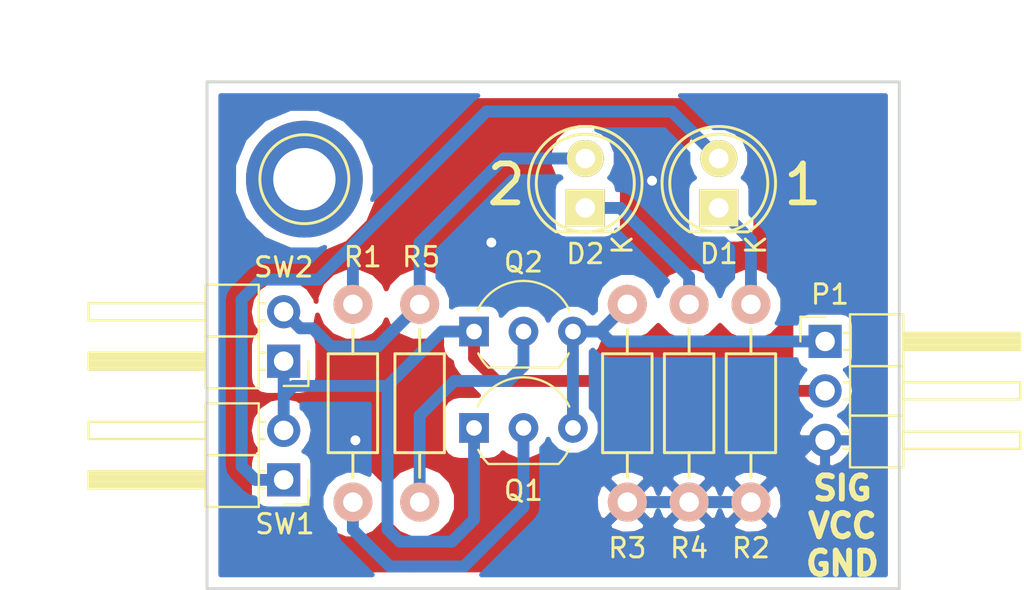
<source format=kicad_pcb>
(kicad_pcb (version 4) (host pcbnew 4.0.6-e0-6349~53~ubuntu16.04.1)

  (general
    (links 0)
    (no_connects 1)
    (area 118.669459 81.840159 154.379461 108.025161)
    (thickness 1.6)
    (drawings 9)
    (tracks 65)
    (zones 0)
    (modules 13)
    (nets 10)
  )

  (page A4)
  (layers
    (0 F.Cu signal)
    (31 B.Cu signal)
    (32 B.Adhes user)
    (33 F.Adhes user)
    (34 B.Paste user)
    (35 F.Paste user)
    (36 B.SilkS user)
    (37 F.SilkS user)
    (38 B.Mask user)
    (39 F.Mask user)
    (40 Dwgs.User user)
    (41 Cmts.User user)
    (42 Eco1.User user)
    (43 Eco2.User user)
    (44 Edge.Cuts user)
    (45 Margin user)
    (46 B.CrtYd user)
    (47 F.CrtYd user)
    (48 B.Fab user)
    (49 F.Fab user)
  )

  (setup
    (last_trace_width 0.6096)
    (user_trace_width 0.4064)
    (user_trace_width 0.6096)
    (user_trace_width 0.8128)
    (user_trace_width 1.6256)
    (trace_clearance 0.2032)
    (zone_clearance 0.508)
    (zone_45_only no)
    (trace_min 0.2)
    (segment_width 0.2)
    (edge_width 0.15)
    (via_size 0.9144)
    (via_drill 0.508)
    (via_min_size 0.4)
    (via_min_drill 0.3)
    (uvia_size 0.9144)
    (uvia_drill 0.508)
    (uvias_allowed no)
    (uvia_min_size 0.2)
    (uvia_min_drill 0.1)
    (pcb_text_width 0.3)
    (pcb_text_size 1.5 1.5)
    (mod_edge_width 0.15)
    (mod_text_size 1 1)
    (mod_text_width 0.15)
    (pad_size 6 6)
    (pad_drill 3.2)
    (pad_to_mask_clearance 0.2)
    (aux_axis_origin 0 0)
    (visible_elements 7FFFFFFF)
    (pcbplotparams
      (layerselection 0x00030_80000001)
      (usegerberextensions false)
      (excludeedgelayer true)
      (linewidth 0.100000)
      (plotframeref false)
      (viasonmask false)
      (mode 1)
      (useauxorigin false)
      (hpglpennumber 1)
      (hpglpenspeed 20)
      (hpglpendiameter 15)
      (hpglpenoverlay 2)
      (psnegative false)
      (psa4output false)
      (plotreference true)
      (plotvalue true)
      (plotinvisibletext false)
      (padsonsilk false)
      (subtractmaskfromsilk false)
      (outputformat 1)
      (mirror false)
      (drillshape 1)
      (scaleselection 1)
      (outputdirectory ""))
  )

  (net 0 "")
  (net 1 "Net-(D1-Pad2)")
  (net 2 "Net-(D1-Pad1)")
  (net 3 "Net-(D2-Pad2)")
  (net 4 "Net-(D2-Pad1)")
  (net 5 GND)
  (net 6 VCC)
  (net 7 "Net-(Q1-Pad2)")
  (net 8 "Net-(Q2-Pad2)")
  (net 9 "Net-(P1-Pad1)")

  (net_class Default "This is the default net class."
    (clearance 0.2032)
    (trace_width 0.2032)
    (via_dia 0.9144)
    (via_drill 0.508)
    (uvia_dia 0.9144)
    (uvia_drill 0.508)
    (add_net GND)
    (add_net "Net-(D1-Pad1)")
    (add_net "Net-(D1-Pad2)")
    (add_net "Net-(D2-Pad1)")
    (add_net "Net-(D2-Pad2)")
    (add_net "Net-(P1-Pad1)")
    (add_net "Net-(Q1-Pad2)")
    (add_net "Net-(Q2-Pad2)")
    (add_net VCC)
  )

  (module Pin_Headers:Pin_Header_Angled_1x03_Pitch2.54mm (layer F.Cu) (tedit 5862ED52) (tstamp 58B63AB0)
    (at 150.49446 95.25016)
    (descr "Through hole angled pin header, 1x03, 2.54mm pitch, 6mm pin length, single row")
    (tags "Through hole angled pin header THT 1x03 2.54mm single row")
    (path /58B64DDE)
    (fp_text reference P1 (at 0.25 -2.413) (layer F.SilkS)
      (effects (font (size 1 1) (thickness 0.15)))
    )
    (fp_text value CONN_01X03 (at 4.315 7.35) (layer F.Fab)
      (effects (font (size 1 1) (thickness 0.15)))
    )
    (fp_line (start 1.4 -1.27) (end 1.4 1.27) (layer F.Fab) (width 0.1))
    (fp_line (start 1.4 1.27) (end 3.9 1.27) (layer F.Fab) (width 0.1))
    (fp_line (start 3.9 1.27) (end 3.9 -1.27) (layer F.Fab) (width 0.1))
    (fp_line (start 3.9 -1.27) (end 1.4 -1.27) (layer F.Fab) (width 0.1))
    (fp_line (start 0 -0.32) (end 0 0.32) (layer F.Fab) (width 0.1))
    (fp_line (start 0 0.32) (end 9.9 0.32) (layer F.Fab) (width 0.1))
    (fp_line (start 9.9 0.32) (end 9.9 -0.32) (layer F.Fab) (width 0.1))
    (fp_line (start 9.9 -0.32) (end 0 -0.32) (layer F.Fab) (width 0.1))
    (fp_line (start 1.4 1.27) (end 1.4 3.81) (layer F.Fab) (width 0.1))
    (fp_line (start 1.4 3.81) (end 3.9 3.81) (layer F.Fab) (width 0.1))
    (fp_line (start 3.9 3.81) (end 3.9 1.27) (layer F.Fab) (width 0.1))
    (fp_line (start 3.9 1.27) (end 1.4 1.27) (layer F.Fab) (width 0.1))
    (fp_line (start 0 2.22) (end 0 2.86) (layer F.Fab) (width 0.1))
    (fp_line (start 0 2.86) (end 9.9 2.86) (layer F.Fab) (width 0.1))
    (fp_line (start 9.9 2.86) (end 9.9 2.22) (layer F.Fab) (width 0.1))
    (fp_line (start 9.9 2.22) (end 0 2.22) (layer F.Fab) (width 0.1))
    (fp_line (start 1.4 3.81) (end 1.4 6.35) (layer F.Fab) (width 0.1))
    (fp_line (start 1.4 6.35) (end 3.9 6.35) (layer F.Fab) (width 0.1))
    (fp_line (start 3.9 6.35) (end 3.9 3.81) (layer F.Fab) (width 0.1))
    (fp_line (start 3.9 3.81) (end 1.4 3.81) (layer F.Fab) (width 0.1))
    (fp_line (start 0 4.76) (end 0 5.4) (layer F.Fab) (width 0.1))
    (fp_line (start 0 5.4) (end 9.9 5.4) (layer F.Fab) (width 0.1))
    (fp_line (start 9.9 5.4) (end 9.9 4.76) (layer F.Fab) (width 0.1))
    (fp_line (start 9.9 4.76) (end 0 4.76) (layer F.Fab) (width 0.1))
    (fp_line (start 1.28 -1.39) (end 1.28 1.27) (layer F.SilkS) (width 0.12))
    (fp_line (start 1.28 1.27) (end 4.02 1.27) (layer F.SilkS) (width 0.12))
    (fp_line (start 4.02 1.27) (end 4.02 -1.39) (layer F.SilkS) (width 0.12))
    (fp_line (start 4.02 -1.39) (end 1.28 -1.39) (layer F.SilkS) (width 0.12))
    (fp_line (start 4.02 -0.44) (end 4.02 0.44) (layer F.SilkS) (width 0.12))
    (fp_line (start 4.02 0.44) (end 10.02 0.44) (layer F.SilkS) (width 0.12))
    (fp_line (start 10.02 0.44) (end 10.02 -0.44) (layer F.SilkS) (width 0.12))
    (fp_line (start 10.02 -0.44) (end 4.02 -0.44) (layer F.SilkS) (width 0.12))
    (fp_line (start 0.97 -0.44) (end 1.28 -0.44) (layer F.SilkS) (width 0.12))
    (fp_line (start 0.97 0.44) (end 1.28 0.44) (layer F.SilkS) (width 0.12))
    (fp_line (start 4.02 -0.32) (end 10.02 -0.32) (layer F.SilkS) (width 0.12))
    (fp_line (start 4.02 -0.2) (end 10.02 -0.2) (layer F.SilkS) (width 0.12))
    (fp_line (start 4.02 -0.08) (end 10.02 -0.08) (layer F.SilkS) (width 0.12))
    (fp_line (start 4.02 0.04) (end 10.02 0.04) (layer F.SilkS) (width 0.12))
    (fp_line (start 4.02 0.16) (end 10.02 0.16) (layer F.SilkS) (width 0.12))
    (fp_line (start 4.02 0.28) (end 10.02 0.28) (layer F.SilkS) (width 0.12))
    (fp_line (start 4.02 0.4) (end 10.02 0.4) (layer F.SilkS) (width 0.12))
    (fp_line (start 1.28 1.27) (end 1.28 3.81) (layer F.SilkS) (width 0.12))
    (fp_line (start 1.28 3.81) (end 4.02 3.81) (layer F.SilkS) (width 0.12))
    (fp_line (start 4.02 3.81) (end 4.02 1.27) (layer F.SilkS) (width 0.12))
    (fp_line (start 4.02 1.27) (end 1.28 1.27) (layer F.SilkS) (width 0.12))
    (fp_line (start 4.02 2.1) (end 4.02 2.98) (layer F.SilkS) (width 0.12))
    (fp_line (start 4.02 2.98) (end 10.02 2.98) (layer F.SilkS) (width 0.12))
    (fp_line (start 10.02 2.98) (end 10.02 2.1) (layer F.SilkS) (width 0.12))
    (fp_line (start 10.02 2.1) (end 4.02 2.1) (layer F.SilkS) (width 0.12))
    (fp_line (start 0.97 2.1) (end 1.28 2.1) (layer F.SilkS) (width 0.12))
    (fp_line (start 0.97 2.98) (end 1.28 2.98) (layer F.SilkS) (width 0.12))
    (fp_line (start 1.28 3.81) (end 1.28 6.47) (layer F.SilkS) (width 0.12))
    (fp_line (start 1.28 6.47) (end 4.02 6.47) (layer F.SilkS) (width 0.12))
    (fp_line (start 4.02 6.47) (end 4.02 3.81) (layer F.SilkS) (width 0.12))
    (fp_line (start 4.02 3.81) (end 1.28 3.81) (layer F.SilkS) (width 0.12))
    (fp_line (start 4.02 4.64) (end 4.02 5.52) (layer F.SilkS) (width 0.12))
    (fp_line (start 4.02 5.52) (end 10.02 5.52) (layer F.SilkS) (width 0.12))
    (fp_line (start 10.02 5.52) (end 10.02 4.64) (layer F.SilkS) (width 0.12))
    (fp_line (start 10.02 4.64) (end 4.02 4.64) (layer F.SilkS) (width 0.12))
    (fp_line (start 0.97 4.64) (end 1.28 4.64) (layer F.SilkS) (width 0.12))
    (fp_line (start 0.97 5.52) (end 1.28 5.52) (layer F.SilkS) (width 0.12))
    (fp_line (start -1.27 0) (end -1.27 -1.27) (layer F.SilkS) (width 0.12))
    (fp_line (start -1.27 -1.27) (end 0 -1.27) (layer F.SilkS) (width 0.12))
    (fp_line (start -1.6 -1.6) (end -1.6 6.6) (layer F.CrtYd) (width 0.05))
    (fp_line (start -1.6 6.6) (end 10.2 6.6) (layer F.CrtYd) (width 0.05))
    (fp_line (start 10.2 6.6) (end 10.2 -1.6) (layer F.CrtYd) (width 0.05))
    (fp_line (start 10.2 -1.6) (end -1.6 -1.6) (layer F.CrtYd) (width 0.05))
    (pad 1 thru_hole rect (at 0 0) (size 1.7 1.7) (drill 1) (layers *.Cu *.Mask)
      (net 9 "Net-(P1-Pad1)"))
    (pad 2 thru_hole oval (at 0 2.54) (size 1.7 1.7) (drill 1) (layers *.Cu *.Mask)
      (net 6 VCC))
    (pad 3 thru_hole oval (at 0 5.08) (size 1.7 1.7) (drill 1) (layers *.Cu *.Mask)
      (net 5 GND))
    (model Pin_Headers.3dshapes/Pin_Header_Angled_1x03_Pitch2.54mm.wrl
      (at (xyz 0 -0.1 0))
      (scale (xyz 1 1 1))
      (rotate (xyz 0 0 90))
    )
  )

  (module Pin_Headers:Pin_Header_Angled_1x02_Pitch2.54mm (layer F.Cu) (tedit 5862ED52) (tstamp 58B63AD4)
    (at 122.68146 96.26616 180)
    (descr "Through hole angled pin header, 1x02, 2.54mm pitch, 6mm pin length, single row")
    (tags "Through hole angled pin header THT 1x02 2.54mm single row")
    (path /58B64E07)
    (fp_text reference SW2 (at 0 4.826 180) (layer F.SilkS)
      (effects (font (size 1 1) (thickness 0.15)))
    )
    (fp_text value SW_PUSH (at 4.315 4.81 180) (layer F.Fab)
      (effects (font (size 1 1) (thickness 0.15)))
    )
    (fp_line (start 1.4 -1.27) (end 1.4 1.27) (layer F.Fab) (width 0.1))
    (fp_line (start 1.4 1.27) (end 3.9 1.27) (layer F.Fab) (width 0.1))
    (fp_line (start 3.9 1.27) (end 3.9 -1.27) (layer F.Fab) (width 0.1))
    (fp_line (start 3.9 -1.27) (end 1.4 -1.27) (layer F.Fab) (width 0.1))
    (fp_line (start 0 -0.32) (end 0 0.32) (layer F.Fab) (width 0.1))
    (fp_line (start 0 0.32) (end 9.9 0.32) (layer F.Fab) (width 0.1))
    (fp_line (start 9.9 0.32) (end 9.9 -0.32) (layer F.Fab) (width 0.1))
    (fp_line (start 9.9 -0.32) (end 0 -0.32) (layer F.Fab) (width 0.1))
    (fp_line (start 1.4 1.27) (end 1.4 3.81) (layer F.Fab) (width 0.1))
    (fp_line (start 1.4 3.81) (end 3.9 3.81) (layer F.Fab) (width 0.1))
    (fp_line (start 3.9 3.81) (end 3.9 1.27) (layer F.Fab) (width 0.1))
    (fp_line (start 3.9 1.27) (end 1.4 1.27) (layer F.Fab) (width 0.1))
    (fp_line (start 0 2.22) (end 0 2.86) (layer F.Fab) (width 0.1))
    (fp_line (start 0 2.86) (end 9.9 2.86) (layer F.Fab) (width 0.1))
    (fp_line (start 9.9 2.86) (end 9.9 2.22) (layer F.Fab) (width 0.1))
    (fp_line (start 9.9 2.22) (end 0 2.22) (layer F.Fab) (width 0.1))
    (fp_line (start 1.28 -1.39) (end 1.28 1.27) (layer F.SilkS) (width 0.12))
    (fp_line (start 1.28 1.27) (end 4.02 1.27) (layer F.SilkS) (width 0.12))
    (fp_line (start 4.02 1.27) (end 4.02 -1.39) (layer F.SilkS) (width 0.12))
    (fp_line (start 4.02 -1.39) (end 1.28 -1.39) (layer F.SilkS) (width 0.12))
    (fp_line (start 4.02 -0.44) (end 4.02 0.44) (layer F.SilkS) (width 0.12))
    (fp_line (start 4.02 0.44) (end 10.02 0.44) (layer F.SilkS) (width 0.12))
    (fp_line (start 10.02 0.44) (end 10.02 -0.44) (layer F.SilkS) (width 0.12))
    (fp_line (start 10.02 -0.44) (end 4.02 -0.44) (layer F.SilkS) (width 0.12))
    (fp_line (start 0.97 -0.44) (end 1.28 -0.44) (layer F.SilkS) (width 0.12))
    (fp_line (start 0.97 0.44) (end 1.28 0.44) (layer F.SilkS) (width 0.12))
    (fp_line (start 4.02 -0.32) (end 10.02 -0.32) (layer F.SilkS) (width 0.12))
    (fp_line (start 4.02 -0.2) (end 10.02 -0.2) (layer F.SilkS) (width 0.12))
    (fp_line (start 4.02 -0.08) (end 10.02 -0.08) (layer F.SilkS) (width 0.12))
    (fp_line (start 4.02 0.04) (end 10.02 0.04) (layer F.SilkS) (width 0.12))
    (fp_line (start 4.02 0.16) (end 10.02 0.16) (layer F.SilkS) (width 0.12))
    (fp_line (start 4.02 0.28) (end 10.02 0.28) (layer F.SilkS) (width 0.12))
    (fp_line (start 4.02 0.4) (end 10.02 0.4) (layer F.SilkS) (width 0.12))
    (fp_line (start 1.28 1.27) (end 1.28 3.93) (layer F.SilkS) (width 0.12))
    (fp_line (start 1.28 3.93) (end 4.02 3.93) (layer F.SilkS) (width 0.12))
    (fp_line (start 4.02 3.93) (end 4.02 1.27) (layer F.SilkS) (width 0.12))
    (fp_line (start 4.02 1.27) (end 1.28 1.27) (layer F.SilkS) (width 0.12))
    (fp_line (start 4.02 2.1) (end 4.02 2.98) (layer F.SilkS) (width 0.12))
    (fp_line (start 4.02 2.98) (end 10.02 2.98) (layer F.SilkS) (width 0.12))
    (fp_line (start 10.02 2.98) (end 10.02 2.1) (layer F.SilkS) (width 0.12))
    (fp_line (start 10.02 2.1) (end 4.02 2.1) (layer F.SilkS) (width 0.12))
    (fp_line (start 0.97 2.1) (end 1.28 2.1) (layer F.SilkS) (width 0.12))
    (fp_line (start 0.97 2.98) (end 1.28 2.98) (layer F.SilkS) (width 0.12))
    (fp_line (start -1.27 0) (end -1.27 -1.27) (layer F.SilkS) (width 0.12))
    (fp_line (start -1.27 -1.27) (end 0 -1.27) (layer F.SilkS) (width 0.12))
    (fp_line (start -1.6 -1.6) (end -1.6 4.1) (layer F.CrtYd) (width 0.05))
    (fp_line (start -1.6 4.1) (end 10.2 4.1) (layer F.CrtYd) (width 0.05))
    (fp_line (start 10.2 4.1) (end 10.2 -1.6) (layer F.CrtYd) (width 0.05))
    (fp_line (start 10.2 -1.6) (end -1.6 -1.6) (layer F.CrtYd) (width 0.05))
    (pad 1 thru_hole rect (at 0 0 180) (size 1.7 1.7) (drill 1) (layers *.Cu *.Mask)
      (net 6 VCC))
    (pad 2 thru_hole oval (at 0 2.54 180) (size 1.7 1.7) (drill 1) (layers *.Cu *.Mask)
      (net 3 "Net-(D2-Pad2)"))
    (model Pin_Headers.3dshapes/Pin_Header_Angled_1x02_Pitch2.54mm.wrl
      (at (xyz 0 -0.05 0))
      (scale (xyz 1 1 1))
      (rotate (xyz 0 0 90))
    )
  )

  (module LEDs:LED-5MM (layer F.Cu) (tedit 5570F7EA) (tstamp 58B67872)
    (at 145.03346 88.39216 90)
    (descr "LED 5mm round vertical")
    (tags "LED 5mm round vertical")
    (path /58B66E49)
    (fp_text reference D1 (at -2.36 0 180) (layer F.SilkS)
      (effects (font (size 1 1) (thickness 0.15)))
    )
    (fp_text value Led_Small (at 1.524 -3.937 90) (layer F.Fab)
      (effects (font (size 1 1) (thickness 0.15)))
    )
    (fp_line (start -1.5 -1.55) (end -1.5 1.55) (layer F.CrtYd) (width 0.05))
    (fp_arc (start 1.3 0) (end -1.5 1.55) (angle -302) (layer F.CrtYd) (width 0.05))
    (fp_arc (start 1.27 0) (end -1.23 -1.5) (angle 297.5) (layer F.SilkS) (width 0.15))
    (fp_line (start -1.23 1.5) (end -1.23 -1.5) (layer F.SilkS) (width 0.15))
    (fp_circle (center 1.27 0) (end 0.97 -2.5) (layer F.SilkS) (width 0.15))
    (fp_text user K (at -1.905 1.905 90) (layer F.SilkS)
      (effects (font (size 1 1) (thickness 0.15)))
    )
    (pad 1 thru_hole rect (at 0 0 180) (size 2 1.9) (drill 1.00076) (layers *.Cu *.Mask F.SilkS)
      (net 2 "Net-(D1-Pad1)"))
    (pad 2 thru_hole circle (at 2.54 0 90) (size 1.9 1.9) (drill 1.00076) (layers *.Cu *.Mask F.SilkS)
      (net 1 "Net-(D1-Pad2)"))
    (model LEDs.3dshapes/LED-5MM.wrl
      (at (xyz 0.05 0 0))
      (scale (xyz 1 1 1))
      (rotate (xyz 0 0 90))
    )
  )

  (module LEDs:LED-5MM (layer F.Cu) (tedit 5570F7EA) (tstamp 58B67878)
    (at 138.17546 88.39216 90)
    (descr "LED 5mm round vertical")
    (tags "LED 5mm round vertical")
    (path /58B66F3B)
    (fp_text reference D2 (at -2.36 0 180) (layer F.SilkS)
      (effects (font (size 1 1) (thickness 0.15)))
    )
    (fp_text value Led_Small (at 1.524 -3.937 90) (layer F.Fab)
      (effects (font (size 1 1) (thickness 0.15)))
    )
    (fp_line (start -1.5 -1.55) (end -1.5 1.55) (layer F.CrtYd) (width 0.05))
    (fp_arc (start 1.3 0) (end -1.5 1.55) (angle -302) (layer F.CrtYd) (width 0.05))
    (fp_arc (start 1.27 0) (end -1.23 -1.5) (angle 297.5) (layer F.SilkS) (width 0.15))
    (fp_line (start -1.23 1.5) (end -1.23 -1.5) (layer F.SilkS) (width 0.15))
    (fp_circle (center 1.27 0) (end 0.97 -2.5) (layer F.SilkS) (width 0.15))
    (fp_text user K (at -1.905 1.905 90) (layer F.SilkS)
      (effects (font (size 1 1) (thickness 0.15)))
    )
    (pad 1 thru_hole rect (at 0 0 180) (size 2 1.9) (drill 1.00076) (layers *.Cu *.Mask F.SilkS)
      (net 4 "Net-(D2-Pad1)"))
    (pad 2 thru_hole circle (at 2.54 0 90) (size 1.9 1.9) (drill 1.00076) (layers *.Cu *.Mask F.SilkS)
      (net 3 "Net-(D2-Pad2)"))
    (model LEDs.3dshapes/LED-5MM.wrl
      (at (xyz 0.05 0 0))
      (scale (xyz 1 1 1))
      (rotate (xyz 0 0 90))
    )
  )

  (module TO_SOT_Packages_THT:TO-92_Inline_Wide (layer F.Cu) (tedit 58610935) (tstamp 58B6787F)
    (at 132.46046 99.69516)
    (descr "TO-92 leads in-line, wide, drill 0.8mm (see NXP sot054_po.pdf)")
    (tags "to-92 sc-43 sc-43a sot54 PA33 transistor")
    (path /58B683B7)
    (fp_text reference Q1 (at 2.54 3.22 180) (layer F.SilkS)
      (effects (font (size 1 1) (thickness 0.15)))
    )
    (fp_text value Q_PNP_EBC (at 2.54 2.79) (layer F.Fab)
      (effects (font (size 1 1) (thickness 0.15)))
    )
    (fp_text user %R (at 2.54 -3.56 180) (layer F.Fab)
      (effects (font (size 1 1) (thickness 0.15)))
    )
    (fp_line (start 0.74 1.85) (end 4.34 1.85) (layer F.SilkS) (width 0.12))
    (fp_line (start 0.8 1.75) (end 4.3 1.75) (layer F.Fab) (width 0.1))
    (fp_line (start -1.01 -2.73) (end 6.09 -2.73) (layer F.CrtYd) (width 0.05))
    (fp_line (start -1.01 -2.73) (end -1.01 2.01) (layer F.CrtYd) (width 0.05))
    (fp_line (start 6.09 2.01) (end 6.09 -2.73) (layer F.CrtYd) (width 0.05))
    (fp_line (start 6.09 2.01) (end -1.01 2.01) (layer F.CrtYd) (width 0.05))
    (fp_arc (start 2.54 0) (end 0.74 1.85) (angle 20) (layer F.SilkS) (width 0.12))
    (fp_arc (start 2.54 0) (end 2.54 -2.6) (angle -65) (layer F.SilkS) (width 0.12))
    (fp_arc (start 2.54 0) (end 2.54 -2.6) (angle 65) (layer F.SilkS) (width 0.12))
    (fp_arc (start 2.54 0) (end 2.54 -2.48) (angle 135) (layer F.Fab) (width 0.1))
    (fp_arc (start 2.54 0) (end 2.54 -2.48) (angle -135) (layer F.Fab) (width 0.1))
    (fp_arc (start 2.54 0) (end 4.34 1.85) (angle -20) (layer F.SilkS) (width 0.12))
    (pad 2 thru_hole circle (at 2.54 0 90) (size 1.52 1.52) (drill 0.8) (layers *.Cu *.Mask)
      (net 7 "Net-(Q1-Pad2)"))
    (pad 3 thru_hole circle (at 5.08 0 90) (size 1.52 1.52) (drill 0.8) (layers *.Cu *.Mask)
      (net 9 "Net-(P1-Pad1)"))
    (pad 1 thru_hole rect (at 0 0 90) (size 1.52 1.52) (drill 0.8) (layers *.Cu *.Mask)
      (net 6 VCC))
    (model TO_SOT_Packages_THT.3dshapes/TO-92_Inline_Wide.wrl
      (at (xyz 0.1 0 0))
      (scale (xyz 1 1 1))
      (rotate (xyz 0 0 -90))
    )
  )

  (module TO_SOT_Packages_THT:TO-92_Inline_Wide (layer F.Cu) (tedit 58610935) (tstamp 58B67886)
    (at 132.46046 94.74216)
    (descr "TO-92 leads in-line, wide, drill 0.8mm (see NXP sot054_po.pdf)")
    (tags "to-92 sc-43 sc-43a sot54 PA33 transistor")
    (path /58B687EE)
    (fp_text reference Q2 (at 2.54 -3.56 180) (layer F.SilkS)
      (effects (font (size 1 1) (thickness 0.15)))
    )
    (fp_text value Q_PNP_EBC (at 2.54 2.79) (layer F.Fab)
      (effects (font (size 1 1) (thickness 0.15)))
    )
    (fp_text user %R (at 2.54 -3.56 180) (layer F.Fab)
      (effects (font (size 1 1) (thickness 0.15)))
    )
    (fp_line (start 0.74 1.85) (end 4.34 1.85) (layer F.SilkS) (width 0.12))
    (fp_line (start 0.8 1.75) (end 4.3 1.75) (layer F.Fab) (width 0.1))
    (fp_line (start -1.01 -2.73) (end 6.09 -2.73) (layer F.CrtYd) (width 0.05))
    (fp_line (start -1.01 -2.73) (end -1.01 2.01) (layer F.CrtYd) (width 0.05))
    (fp_line (start 6.09 2.01) (end 6.09 -2.73) (layer F.CrtYd) (width 0.05))
    (fp_line (start 6.09 2.01) (end -1.01 2.01) (layer F.CrtYd) (width 0.05))
    (fp_arc (start 2.54 0) (end 0.74 1.85) (angle 20) (layer F.SilkS) (width 0.12))
    (fp_arc (start 2.54 0) (end 2.54 -2.6) (angle -65) (layer F.SilkS) (width 0.12))
    (fp_arc (start 2.54 0) (end 2.54 -2.6) (angle 65) (layer F.SilkS) (width 0.12))
    (fp_arc (start 2.54 0) (end 2.54 -2.48) (angle 135) (layer F.Fab) (width 0.1))
    (fp_arc (start 2.54 0) (end 2.54 -2.48) (angle -135) (layer F.Fab) (width 0.1))
    (fp_arc (start 2.54 0) (end 4.34 1.85) (angle -20) (layer F.SilkS) (width 0.12))
    (pad 2 thru_hole circle (at 2.54 0 90) (size 1.52 1.52) (drill 0.8) (layers *.Cu *.Mask)
      (net 8 "Net-(Q2-Pad2)"))
    (pad 3 thru_hole circle (at 5.08 0 90) (size 1.52 1.52) (drill 0.8) (layers *.Cu *.Mask)
      (net 9 "Net-(P1-Pad1)"))
    (pad 1 thru_hole rect (at 0 0 90) (size 1.52 1.52) (drill 0.8) (layers *.Cu *.Mask)
      (net 6 VCC))
    (model TO_SOT_Packages_THT.3dshapes/TO-92_Inline_Wide.wrl
      (at (xyz 0.1 0 0))
      (scale (xyz 1 1 1))
      (rotate (xyz 0 0 -90))
    )
  )

  (module Resistors_ThroughHole:Resistor_Horizontal_RM10mm (layer F.Cu) (tedit 56648415) (tstamp 58B6788C)
    (at 126.23746 103.50516 90)
    (descr "Resistor, Axial,  RM 10mm, 1/3W")
    (tags "Resistor Axial RM 10mm 1/3W")
    (path /58B69645)
    (fp_text reference R1 (at 12.59 0.507 180) (layer F.SilkS)
      (effects (font (size 1 1) (thickness 0.15)))
    )
    (fp_text value 1k (at 5.08 3.81 90) (layer F.Fab)
      (effects (font (size 1 1) (thickness 0.15)))
    )
    (fp_line (start -1.25 -1.5) (end 11.4 -1.5) (layer F.CrtYd) (width 0.05))
    (fp_line (start -1.25 1.5) (end -1.25 -1.5) (layer F.CrtYd) (width 0.05))
    (fp_line (start 11.4 -1.5) (end 11.4 1.5) (layer F.CrtYd) (width 0.05))
    (fp_line (start -1.25 1.5) (end 11.4 1.5) (layer F.CrtYd) (width 0.05))
    (fp_line (start 2.54 -1.27) (end 7.62 -1.27) (layer F.SilkS) (width 0.15))
    (fp_line (start 7.62 -1.27) (end 7.62 1.27) (layer F.SilkS) (width 0.15))
    (fp_line (start 7.62 1.27) (end 2.54 1.27) (layer F.SilkS) (width 0.15))
    (fp_line (start 2.54 1.27) (end 2.54 -1.27) (layer F.SilkS) (width 0.15))
    (fp_line (start 2.54 0) (end 1.27 0) (layer F.SilkS) (width 0.15))
    (fp_line (start 7.62 0) (end 8.89 0) (layer F.SilkS) (width 0.15))
    (pad 1 thru_hole circle (at 0 0 90) (size 1.99898 1.99898) (drill 1.00076) (layers *.Cu *.SilkS *.Mask)
      (net 7 "Net-(Q1-Pad2)"))
    (pad 2 thru_hole circle (at 10.16 0 90) (size 1.99898 1.99898) (drill 1.00076) (layers *.Cu *.SilkS *.Mask)
      (net 1 "Net-(D1-Pad2)"))
    (model Resistors_ThroughHole.3dshapes/Resistor_Horizontal_RM10mm.wrl
      (at (xyz 0.2 0 0))
      (scale (xyz 0.4 0.4 0.4))
      (rotate (xyz 0 0 0))
    )
  )

  (module Resistors_ThroughHole:Resistor_Horizontal_RM10mm (layer F.Cu) (tedit 56648415) (tstamp 58B67892)
    (at 146.68446 103.50516 90)
    (descr "Resistor, Axial,  RM 10mm, 1/3W")
    (tags "Resistor Axial RM 10mm 1/3W")
    (path /58B66A51)
    (fp_text reference R2 (at -2.36 0 180) (layer F.SilkS)
      (effects (font (size 1 1) (thickness 0.15)))
    )
    (fp_text value 470 (at 5.08 3.81 90) (layer F.Fab)
      (effects (font (size 1 1) (thickness 0.15)))
    )
    (fp_line (start -1.25 -1.5) (end 11.4 -1.5) (layer F.CrtYd) (width 0.05))
    (fp_line (start -1.25 1.5) (end -1.25 -1.5) (layer F.CrtYd) (width 0.05))
    (fp_line (start 11.4 -1.5) (end 11.4 1.5) (layer F.CrtYd) (width 0.05))
    (fp_line (start -1.25 1.5) (end 11.4 1.5) (layer F.CrtYd) (width 0.05))
    (fp_line (start 2.54 -1.27) (end 7.62 -1.27) (layer F.SilkS) (width 0.15))
    (fp_line (start 7.62 -1.27) (end 7.62 1.27) (layer F.SilkS) (width 0.15))
    (fp_line (start 7.62 1.27) (end 2.54 1.27) (layer F.SilkS) (width 0.15))
    (fp_line (start 2.54 1.27) (end 2.54 -1.27) (layer F.SilkS) (width 0.15))
    (fp_line (start 2.54 0) (end 1.27 0) (layer F.SilkS) (width 0.15))
    (fp_line (start 7.62 0) (end 8.89 0) (layer F.SilkS) (width 0.15))
    (pad 1 thru_hole circle (at 0 0 90) (size 1.99898 1.99898) (drill 1.00076) (layers *.Cu *.SilkS *.Mask)
      (net 5 GND))
    (pad 2 thru_hole circle (at 10.16 0 90) (size 1.99898 1.99898) (drill 1.00076) (layers *.Cu *.SilkS *.Mask)
      (net 2 "Net-(D1-Pad1)"))
    (model Resistors_ThroughHole.3dshapes/Resistor_Horizontal_RM10mm.wrl
      (at (xyz 0.2 0 0))
      (scale (xyz 0.4 0.4 0.4))
      (rotate (xyz 0 0 0))
    )
  )

  (module Resistors_ThroughHole:Resistor_Horizontal_RM10mm (layer F.Cu) (tedit 56648415) (tstamp 58B67898)
    (at 140.33446 103.50516 90)
    (descr "Resistor, Axial,  RM 10mm, 1/3W")
    (tags "Resistor Axial RM 10mm 1/3W")
    (path /58B69FFD)
    (fp_text reference R3 (at -2.36 0 180) (layer F.SilkS)
      (effects (font (size 1 1) (thickness 0.15)))
    )
    (fp_text value 4k7 (at 5.08 3.81 90) (layer F.Fab)
      (effects (font (size 1 1) (thickness 0.15)))
    )
    (fp_line (start -1.25 -1.5) (end 11.4 -1.5) (layer F.CrtYd) (width 0.05))
    (fp_line (start -1.25 1.5) (end -1.25 -1.5) (layer F.CrtYd) (width 0.05))
    (fp_line (start 11.4 -1.5) (end 11.4 1.5) (layer F.CrtYd) (width 0.05))
    (fp_line (start -1.25 1.5) (end 11.4 1.5) (layer F.CrtYd) (width 0.05))
    (fp_line (start 2.54 -1.27) (end 7.62 -1.27) (layer F.SilkS) (width 0.15))
    (fp_line (start 7.62 -1.27) (end 7.62 1.27) (layer F.SilkS) (width 0.15))
    (fp_line (start 7.62 1.27) (end 2.54 1.27) (layer F.SilkS) (width 0.15))
    (fp_line (start 2.54 1.27) (end 2.54 -1.27) (layer F.SilkS) (width 0.15))
    (fp_line (start 2.54 0) (end 1.27 0) (layer F.SilkS) (width 0.15))
    (fp_line (start 7.62 0) (end 8.89 0) (layer F.SilkS) (width 0.15))
    (pad 1 thru_hole circle (at 0 0 90) (size 1.99898 1.99898) (drill 1.00076) (layers *.Cu *.SilkS *.Mask)
      (net 5 GND))
    (pad 2 thru_hole circle (at 10.16 0 90) (size 1.99898 1.99898) (drill 1.00076) (layers *.Cu *.SilkS *.Mask)
      (net 9 "Net-(P1-Pad1)"))
    (model Resistors_ThroughHole.3dshapes/Resistor_Horizontal_RM10mm.wrl
      (at (xyz 0.2 0 0))
      (scale (xyz 0.4 0.4 0.4))
      (rotate (xyz 0 0 0))
    )
  )

  (module Resistors_ThroughHole:Resistor_Horizontal_RM10mm (layer F.Cu) (tedit 56648415) (tstamp 58B6789E)
    (at 143.50946 103.50516 90)
    (descr "Resistor, Axial,  RM 10mm, 1/3W")
    (tags "Resistor Axial RM 10mm 1/3W")
    (path /58B6590A)
    (fp_text reference R4 (at -2.36 0 180) (layer F.SilkS)
      (effects (font (size 1 1) (thickness 0.15)))
    )
    (fp_text value 470 (at 5.08 3.81 90) (layer F.Fab)
      (effects (font (size 1 1) (thickness 0.15)))
    )
    (fp_line (start -1.25 -1.5) (end 11.4 -1.5) (layer F.CrtYd) (width 0.05))
    (fp_line (start -1.25 1.5) (end -1.25 -1.5) (layer F.CrtYd) (width 0.05))
    (fp_line (start 11.4 -1.5) (end 11.4 1.5) (layer F.CrtYd) (width 0.05))
    (fp_line (start -1.25 1.5) (end 11.4 1.5) (layer F.CrtYd) (width 0.05))
    (fp_line (start 2.54 -1.27) (end 7.62 -1.27) (layer F.SilkS) (width 0.15))
    (fp_line (start 7.62 -1.27) (end 7.62 1.27) (layer F.SilkS) (width 0.15))
    (fp_line (start 7.62 1.27) (end 2.54 1.27) (layer F.SilkS) (width 0.15))
    (fp_line (start 2.54 1.27) (end 2.54 -1.27) (layer F.SilkS) (width 0.15))
    (fp_line (start 2.54 0) (end 1.27 0) (layer F.SilkS) (width 0.15))
    (fp_line (start 7.62 0) (end 8.89 0) (layer F.SilkS) (width 0.15))
    (pad 1 thru_hole circle (at 0 0 90) (size 1.99898 1.99898) (drill 1.00076) (layers *.Cu *.SilkS *.Mask)
      (net 5 GND))
    (pad 2 thru_hole circle (at 10.16 0 90) (size 1.99898 1.99898) (drill 1.00076) (layers *.Cu *.SilkS *.Mask)
      (net 4 "Net-(D2-Pad1)"))
    (model Resistors_ThroughHole.3dshapes/Resistor_Horizontal_RM10mm.wrl
      (at (xyz 0.2 0 0))
      (scale (xyz 0.4 0.4 0.4))
      (rotate (xyz 0 0 0))
    )
  )

  (module Resistors_ThroughHole:Resistor_Horizontal_RM10mm (layer F.Cu) (tedit 56648415) (tstamp 58B678A4)
    (at 129.66646 93.34516 270)
    (descr "Resistor, Axial,  RM 10mm, 1/3W")
    (tags "Resistor Axial RM 10mm 1/3W")
    (path /58B690D0)
    (fp_text reference R5 (at -2.43 -0.078 360) (layer F.SilkS)
      (effects (font (size 1 1) (thickness 0.15)))
    )
    (fp_text value 1k (at 5.08 3.81 270) (layer F.Fab)
      (effects (font (size 1 1) (thickness 0.15)))
    )
    (fp_line (start -1.25 -1.5) (end 11.4 -1.5) (layer F.CrtYd) (width 0.05))
    (fp_line (start -1.25 1.5) (end -1.25 -1.5) (layer F.CrtYd) (width 0.05))
    (fp_line (start 11.4 -1.5) (end 11.4 1.5) (layer F.CrtYd) (width 0.05))
    (fp_line (start -1.25 1.5) (end 11.4 1.5) (layer F.CrtYd) (width 0.05))
    (fp_line (start 2.54 -1.27) (end 7.62 -1.27) (layer F.SilkS) (width 0.15))
    (fp_line (start 7.62 -1.27) (end 7.62 1.27) (layer F.SilkS) (width 0.15))
    (fp_line (start 7.62 1.27) (end 2.54 1.27) (layer F.SilkS) (width 0.15))
    (fp_line (start 2.54 1.27) (end 2.54 -1.27) (layer F.SilkS) (width 0.15))
    (fp_line (start 2.54 0) (end 1.27 0) (layer F.SilkS) (width 0.15))
    (fp_line (start 7.62 0) (end 8.89 0) (layer F.SilkS) (width 0.15))
    (pad 1 thru_hole circle (at 0 0 270) (size 1.99898 1.99898) (drill 1.00076) (layers *.Cu *.SilkS *.Mask)
      (net 3 "Net-(D2-Pad2)"))
    (pad 2 thru_hole circle (at 10.16 0 270) (size 1.99898 1.99898) (drill 1.00076) (layers *.Cu *.SilkS *.Mask)
      (net 8 "Net-(Q2-Pad2)"))
    (model Resistors_ThroughHole.3dshapes/Resistor_Horizontal_RM10mm.wrl
      (at (xyz 0.2 0 0))
      (scale (xyz 0.4 0.4 0.4))
      (rotate (xyz 0 0 0))
    )
  )

  (module Pin_Headers:Pin_Header_Angled_1x02_Pitch2.54mm (layer F.Cu) (tedit 5862ED52) (tstamp 58B67C3B)
    (at 122.68146 102.36216 180)
    (descr "Through hole angled pin header, 1x02, 2.54mm pitch, 6mm pin length, single row")
    (tags "Through hole angled pin header THT 1x02 2.54mm single row")
    (path /58B63A6D)
    (fp_text reference SW1 (at -0.063 -2.27 180) (layer F.SilkS)
      (effects (font (size 1 1) (thickness 0.15)))
    )
    (fp_text value SW_PUSH (at 4.315 4.81 180) (layer F.Fab)
      (effects (font (size 1 1) (thickness 0.15)))
    )
    (fp_line (start 1.4 -1.27) (end 1.4 1.27) (layer F.Fab) (width 0.1))
    (fp_line (start 1.4 1.27) (end 3.9 1.27) (layer F.Fab) (width 0.1))
    (fp_line (start 3.9 1.27) (end 3.9 -1.27) (layer F.Fab) (width 0.1))
    (fp_line (start 3.9 -1.27) (end 1.4 -1.27) (layer F.Fab) (width 0.1))
    (fp_line (start 0 -0.32) (end 0 0.32) (layer F.Fab) (width 0.1))
    (fp_line (start 0 0.32) (end 9.9 0.32) (layer F.Fab) (width 0.1))
    (fp_line (start 9.9 0.32) (end 9.9 -0.32) (layer F.Fab) (width 0.1))
    (fp_line (start 9.9 -0.32) (end 0 -0.32) (layer F.Fab) (width 0.1))
    (fp_line (start 1.4 1.27) (end 1.4 3.81) (layer F.Fab) (width 0.1))
    (fp_line (start 1.4 3.81) (end 3.9 3.81) (layer F.Fab) (width 0.1))
    (fp_line (start 3.9 3.81) (end 3.9 1.27) (layer F.Fab) (width 0.1))
    (fp_line (start 3.9 1.27) (end 1.4 1.27) (layer F.Fab) (width 0.1))
    (fp_line (start 0 2.22) (end 0 2.86) (layer F.Fab) (width 0.1))
    (fp_line (start 0 2.86) (end 9.9 2.86) (layer F.Fab) (width 0.1))
    (fp_line (start 9.9 2.86) (end 9.9 2.22) (layer F.Fab) (width 0.1))
    (fp_line (start 9.9 2.22) (end 0 2.22) (layer F.Fab) (width 0.1))
    (fp_line (start 1.28 -1.39) (end 1.28 1.27) (layer F.SilkS) (width 0.12))
    (fp_line (start 1.28 1.27) (end 4.02 1.27) (layer F.SilkS) (width 0.12))
    (fp_line (start 4.02 1.27) (end 4.02 -1.39) (layer F.SilkS) (width 0.12))
    (fp_line (start 4.02 -1.39) (end 1.28 -1.39) (layer F.SilkS) (width 0.12))
    (fp_line (start 4.02 -0.44) (end 4.02 0.44) (layer F.SilkS) (width 0.12))
    (fp_line (start 4.02 0.44) (end 10.02 0.44) (layer F.SilkS) (width 0.12))
    (fp_line (start 10.02 0.44) (end 10.02 -0.44) (layer F.SilkS) (width 0.12))
    (fp_line (start 10.02 -0.44) (end 4.02 -0.44) (layer F.SilkS) (width 0.12))
    (fp_line (start 0.97 -0.44) (end 1.28 -0.44) (layer F.SilkS) (width 0.12))
    (fp_line (start 0.97 0.44) (end 1.28 0.44) (layer F.SilkS) (width 0.12))
    (fp_line (start 4.02 -0.32) (end 10.02 -0.32) (layer F.SilkS) (width 0.12))
    (fp_line (start 4.02 -0.2) (end 10.02 -0.2) (layer F.SilkS) (width 0.12))
    (fp_line (start 4.02 -0.08) (end 10.02 -0.08) (layer F.SilkS) (width 0.12))
    (fp_line (start 4.02 0.04) (end 10.02 0.04) (layer F.SilkS) (width 0.12))
    (fp_line (start 4.02 0.16) (end 10.02 0.16) (layer F.SilkS) (width 0.12))
    (fp_line (start 4.02 0.28) (end 10.02 0.28) (layer F.SilkS) (width 0.12))
    (fp_line (start 4.02 0.4) (end 10.02 0.4) (layer F.SilkS) (width 0.12))
    (fp_line (start 1.28 1.27) (end 1.28 3.93) (layer F.SilkS) (width 0.12))
    (fp_line (start 1.28 3.93) (end 4.02 3.93) (layer F.SilkS) (width 0.12))
    (fp_line (start 4.02 3.93) (end 4.02 1.27) (layer F.SilkS) (width 0.12))
    (fp_line (start 4.02 1.27) (end 1.28 1.27) (layer F.SilkS) (width 0.12))
    (fp_line (start 4.02 2.1) (end 4.02 2.98) (layer F.SilkS) (width 0.12))
    (fp_line (start 4.02 2.98) (end 10.02 2.98) (layer F.SilkS) (width 0.12))
    (fp_line (start 10.02 2.98) (end 10.02 2.1) (layer F.SilkS) (width 0.12))
    (fp_line (start 10.02 2.1) (end 4.02 2.1) (layer F.SilkS) (width 0.12))
    (fp_line (start 0.97 2.1) (end 1.28 2.1) (layer F.SilkS) (width 0.12))
    (fp_line (start 0.97 2.98) (end 1.28 2.98) (layer F.SilkS) (width 0.12))
    (fp_line (start -1.27 0) (end -1.27 -1.27) (layer F.SilkS) (width 0.12))
    (fp_line (start -1.27 -1.27) (end 0 -1.27) (layer F.SilkS) (width 0.12))
    (fp_line (start -1.6 -1.6) (end -1.6 4.1) (layer F.CrtYd) (width 0.05))
    (fp_line (start -1.6 4.1) (end 10.2 4.1) (layer F.CrtYd) (width 0.05))
    (fp_line (start 10.2 4.1) (end 10.2 -1.6) (layer F.CrtYd) (width 0.05))
    (fp_line (start 10.2 -1.6) (end -1.6 -1.6) (layer F.CrtYd) (width 0.05))
    (pad 1 thru_hole rect (at 0 0 180) (size 1.7 1.7) (drill 1) (layers *.Cu *.Mask)
      (net 1 "Net-(D1-Pad2)"))
    (pad 2 thru_hole oval (at 0 2.54 180) (size 1.7 1.7) (drill 1) (layers *.Cu *.Mask)
      (net 6 VCC))
    (model Pin_Headers.3dshapes/Pin_Header_Angled_1x02_Pitch2.54mm.wrl
      (at (xyz 0 -0.05 0))
      (scale (xyz 1 1 1))
      (rotate (xyz 0 0 90))
    )
  )

  (module Connect:1pin (layer F.Cu) (tedit 58B67C2A) (tstamp 58B67E11)
    (at 123.74446 86.91516)
    (descr "module 1 pin (ou trou mecanique de percage)")
    (tags DEV)
    (fp_text reference REF** (at 0.588 -3.91) (layer F.SilkS) hide
      (effects (font (size 1 1) (thickness 0.15)))
    )
    (fp_text value 1pin (at 0 2.794) (layer F.Fab)
      (effects (font (size 1 1) (thickness 0.15)))
    )
    (fp_circle (center 0 0) (end 0 -2.286) (layer F.SilkS) (width 0.15))
    (pad "" np_thru_hole circle (at 0 0) (size 6 6) (drill 3.2) (layers *.Cu *.Mask))
  )

  (gr_text "SIG\nVCC\nGND" (at 151.38346 104.72216) (layer F.SilkS)
    (effects (font (size 1.2 1.2) (thickness 0.3)))
  )
  (gr_text 2 (at 134.11146 87.19616) (layer F.SilkS) (tstamp 58B68136)
    (effects (font (size 2 2) (thickness 0.3)))
  )
  (gr_text 1 (at 149.35146 87.19616) (layer F.SilkS)
    (effects (font (size 2 2) (thickness 0.3)))
  )
  (dimension 5 (width 0.3) (layer Dwgs.User)
    (gr_text "5.000 mm" (at 114.39446 84.41516 90) (layer Dwgs.User) (tstamp 58B6892E)
      (effects (font (size 1.5 1.5) (thickness 0.3)))
    )
    (feature1 (pts (xy 123.74446 81.91516) (xy 113.04446 81.91516)))
    (feature2 (pts (xy 123.74446 86.91516) (xy 113.04446 86.91516)))
    (crossbar (pts (xy 115.74446 86.91516) (xy 115.74446 81.91516)))
    (arrow1a (pts (xy 115.74446 81.91516) (xy 116.330881 83.041664)))
    (arrow1b (pts (xy 115.74446 81.91516) (xy 115.158039 83.041664)))
    (arrow2a (pts (xy 115.74446 86.91516) (xy 116.330881 85.788656)))
    (arrow2b (pts (xy 115.74446 86.91516) (xy 115.158039 85.788656)))
  )
  (dimension 5 (width 0.3) (layer Dwgs.User)
    (gr_text "5.000 mm" (at 121.24446 79.56516) (layer Dwgs.User) (tstamp 58B6833B)
      (effects (font (size 1.5 1.5) (thickness 0.3)))
    )
    (feature1 (pts (xy 118.74446 86.91516) (xy 118.74446 78.21516)))
    (feature2 (pts (xy 123.74446 86.91516) (xy 123.74446 78.21516)))
    (crossbar (pts (xy 123.74446 80.91516) (xy 118.74446 80.91516)))
    (arrow1a (pts (xy 118.74446 80.91516) (xy 119.870964 80.328739)))
    (arrow1b (pts (xy 118.74446 80.91516) (xy 119.870964 81.501581)))
    (arrow2a (pts (xy 123.74446 80.91516) (xy 122.617956 80.328739)))
    (arrow2b (pts (xy 123.74446 80.91516) (xy 122.617956 81.501581)))
  )
  (gr_line (start 118.74446 81.91516) (end 118.74446 107.95016) (layer Edge.Cuts) (width 0.15))
  (gr_line (start 154.30446 81.91516) (end 118.74446 81.91516) (layer Edge.Cuts) (width 0.15))
  (gr_line (start 154.30446 107.95016) (end 154.30446 81.91516) (layer Edge.Cuts) (width 0.15))
  (gr_line (start 118.74446 107.95016) (end 154.30446 107.95016) (layer Edge.Cuts) (width 0.15))

  (segment (start 121.53846 92.07516) (end 124.45946 92.07516) (width 0.6096) (layer B.Cu) (net 1))
  (segment (start 124.45946 92.07516) (end 126.23746 90.29716) (width 0.6096) (layer B.Cu) (net 1))
  (segment (start 120.52246 93.09116) (end 121.53846 92.07516) (width 0.6096) (layer B.Cu) (net 1))
  (segment (start 120.52246 101.66276) (end 120.52246 93.09116) (width 0.6096) (layer B.Cu) (net 1))
  (segment (start 122.68146 102.36216) (end 121.22186 102.36216) (width 0.6096) (layer B.Cu) (net 1))
  (segment (start 121.22186 102.36216) (end 120.52246 101.66276) (width 0.6096) (layer B.Cu) (net 1))
  (segment (start 133.09546 83.43916) (end 142.62046 83.43916) (width 0.6096) (layer B.Cu) (net 1))
  (segment (start 142.62046 83.43916) (end 145.03346 85.85216) (width 0.6096) (layer B.Cu) (net 1))
  (segment (start 126.23746 90.29716) (end 133.09546 83.43916) (width 0.6096) (layer B.Cu) (net 1))
  (segment (start 126.23746 93.34516) (end 126.23746 90.29716) (width 0.6096) (layer B.Cu) (net 1))
  (segment (start 146.68446 93.34516) (end 146.68446 90.04316) (width 0.6096) (layer B.Cu) (net 2))
  (segment (start 146.68446 90.04316) (end 145.03346 88.39216) (width 0.6096) (layer B.Cu) (net 2))
  (segment (start 125.09446 95.50416) (end 127.50746 95.50416) (width 0.6096) (layer B.Cu) (net 3))
  (segment (start 127.50746 95.50416) (end 129.66646 93.34516) (width 0.6096) (layer B.Cu) (net 3))
  (segment (start 124.166459 94.576159) (end 125.09446 95.50416) (width 0.6096) (layer B.Cu) (net 3))
  (segment (start 122.68146 93.72616) (end 123.531459 94.576159) (width 0.6096) (layer B.Cu) (net 3))
  (segment (start 123.531459 94.576159) (end 124.166459 94.576159) (width 0.6096) (layer B.Cu) (net 3))
  (segment (start 129.66646 90.17016) (end 133.98446 85.85216) (width 0.6096) (layer B.Cu) (net 3))
  (segment (start 133.98446 85.85216) (end 135.76246 85.85216) (width 0.6096) (layer B.Cu) (net 3))
  (segment (start 129.66646 93.34516) (end 129.66646 90.17016) (width 0.6096) (layer B.Cu) (net 3))
  (segment (start 138.17546 85.85216) (end 135.76246 85.85216) (width 0.6096) (layer B.Cu) (net 3))
  (segment (start 143.50946 93.34516) (end 143.50946 91.931668) (width 0.6096) (layer B.Cu) (net 4))
  (segment (start 143.50946 91.931668) (end 139.969952 88.39216) (width 0.6096) (layer B.Cu) (net 4))
  (segment (start 139.969952 88.39216) (end 139.78506 88.39216) (width 0.6096) (layer B.Cu) (net 4))
  (segment (start 139.78506 88.39216) (end 138.17546 88.39216) (width 0.6096) (layer B.Cu) (net 4))
  (via (at 126.365 100.33) (size 0.9144) (drill 0.508) (layers F.Cu B.Cu) (net 5))
  (via (at 141.605 86.995) (size 0.9144) (drill 0.508) (layers F.Cu B.Cu) (net 5))
  (via (at 133.35 90.17) (size 0.9144) (drill 0.508) (layers F.Cu B.Cu) (net 5))
  (segment (start 143.50946 103.50516) (end 146.68446 103.50516) (width 0.6096) (layer B.Cu) (net 5))
  (segment (start 143.50946 103.50516) (end 140.33446 103.50516) (width 0.6096) (layer B.Cu) (net 5))
  (segment (start 150.49446 100.33016) (end 149.85946 100.33016) (width 0.6096) (layer B.Cu) (net 5))
  (segment (start 149.85946 100.33016) (end 146.68446 103.50516) (width 0.6096) (layer B.Cu) (net 5))
  (segment (start 140.33446 103.50516) (end 146.68446 103.50516) (width 0.6096) (layer B.Cu) (net 5))
  (segment (start 150.49446 97.79016) (end 140.08046 97.79016) (width 0.6096) (layer F.Cu) (net 6))
  (segment (start 140.08046 97.79016) (end 139.57246 97.28216) (width 0.6096) (layer F.Cu) (net 6))
  (segment (start 139.57246 97.28216) (end 133.63086 97.28216) (width 0.6096) (layer F.Cu) (net 6))
  (segment (start 133.63086 97.28216) (end 132.46046 96.11176) (width 0.6096) (layer F.Cu) (net 6))
  (segment (start 132.46046 96.11176) (end 132.46046 94.74216) (width 0.6096) (layer F.Cu) (net 6))
  (segment (start 122.68146 99.82216) (end 122.68146 98.04416) (width 0.6096) (layer B.Cu) (net 6))
  (segment (start 122.68146 98.04416) (end 122.68146 96.26616) (width 0.6096) (layer B.Cu) (net 6))
  (segment (start 128.01546 97.53616) (end 123.18946 97.53616) (width 0.6096) (layer B.Cu) (net 6))
  (segment (start 123.18946 97.53616) (end 122.68146 98.04416) (width 0.6096) (layer B.Cu) (net 6))
  (segment (start 132.46046 99.69516) (end 132.46046 104.39416) (width 0.6096) (layer B.Cu) (net 6))
  (segment (start 132.46046 104.39416) (end 131.31746 105.53716) (width 0.6096) (layer B.Cu) (net 6))
  (segment (start 131.31746 105.53716) (end 128.65046 105.53716) (width 0.6096) (layer B.Cu) (net 6))
  (segment (start 128.65046 105.53716) (end 128.01546 104.90216) (width 0.6096) (layer B.Cu) (net 6))
  (segment (start 128.01546 104.90216) (end 128.01546 97.53616) (width 0.6096) (layer B.Cu) (net 6))
  (segment (start 128.01546 97.53616) (end 130.80946 94.74216) (width 0.6096) (layer B.Cu) (net 6))
  (segment (start 130.80946 94.74216) (end 132.46046 94.74216) (width 0.6096) (layer B.Cu) (net 6))
  (segment (start 131.95246 106.80716) (end 129.15846 106.80716) (width 0.6096) (layer B.Cu) (net 7))
  (segment (start 126.23746 103.50516) (end 126.23746 104.918652) (width 0.6096) (layer B.Cu) (net 7))
  (segment (start 126.23746 104.918652) (end 128.125968 106.80716) (width 0.6096) (layer B.Cu) (net 7))
  (segment (start 128.125968 106.80716) (end 129.15846 106.80716) (width 0.6096) (layer B.Cu) (net 7))
  (segment (start 135.00046 103.75916) (end 131.95246 106.80716) (width 0.6096) (layer B.Cu) (net 7))
  (segment (start 135.00046 99.69516) (end 135.00046 103.75916) (width 0.6096) (layer B.Cu) (net 7))
  (segment (start 131.44446 97.28216) (end 129.66646 99.06016) (width 0.6096) (layer B.Cu) (net 8))
  (segment (start 129.66646 99.06016) (end 129.66646 103.50516) (width 0.6096) (layer B.Cu) (net 8))
  (segment (start 134.23846 97.28216) (end 131.44446 97.28216) (width 0.6096) (layer B.Cu) (net 8))
  (segment (start 135.00046 96.52016) (end 134.23846 97.28216) (width 0.6096) (layer B.Cu) (net 8))
  (segment (start 135.00046 94.74216) (end 135.00046 96.52016) (width 0.6096) (layer B.Cu) (net 8))
  (segment (start 150.49446 95.25016) (end 139.44546 95.25016) (width 0.6096) (layer B.Cu) (net 9))
  (segment (start 139.44546 95.25016) (end 138.93746 94.74216) (width 0.6096) (layer B.Cu) (net 9))
  (segment (start 137.54046 94.74216) (end 138.93746 94.74216) (width 0.6096) (layer B.Cu) (net 9))
  (segment (start 138.93746 94.74216) (end 140.33446 93.34516) (width 0.6096) (layer B.Cu) (net 9))
  (segment (start 137.54046 99.69516) (end 137.54046 94.74216) (width 0.6096) (layer B.Cu) (net 9))

  (zone (net 5) (net_name GND) (layer F.Cu) (tstamp 0) (hatch edge 0.508)
    (connect_pads (clearance 0.762))
    (min_thickness 0.254)
    (fill yes (arc_segments 16) (thermal_gap 0.508) (thermal_bridge_width 0.508))
    (polygon
      (pts
        (xy 118.745 107.95) (xy 154.305 107.95) (xy 154.305 81.915) (xy 118.745 81.915)
      )
    )
    (filled_polygon
      (pts
        (xy 153.34046 106.98616) (xy 119.70846 106.98616) (xy 119.70846 99.82216) (xy 120.908391 99.82216) (xy 121.040764 100.487646)
        (xy 121.263603 100.821148) (xy 121.199443 100.862434) (xy 120.996457 101.159513) (xy 120.925044 101.51216) (xy 120.925044 103.21216)
        (xy 120.987033 103.541604) (xy 121.181734 103.844177) (xy 121.478813 104.047163) (xy 121.83146 104.118576) (xy 123.53146 104.118576)
        (xy 123.860904 104.056587) (xy 124.163477 103.861886) (xy 124.348895 103.590519) (xy 124.348643 103.879156) (xy 124.635542 104.573506)
        (xy 125.166319 105.105211) (xy 125.860168 105.393322) (xy 126.611456 105.393977) (xy 127.305806 105.107078) (xy 127.837511 104.576301)
        (xy 127.951886 104.300856) (xy 128.064542 104.573506) (xy 128.595319 105.105211) (xy 129.289168 105.393322) (xy 130.040456 105.393977)
        (xy 130.734806 105.107078) (xy 131.185347 104.657323) (xy 139.361903 104.657323) (xy 139.460502 104.924125) (xy 140.070042 105.150561)
        (xy 140.719837 105.126501) (xy 141.208418 104.924125) (xy 141.307017 104.657323) (xy 142.536903 104.657323) (xy 142.635502 104.924125)
        (xy 143.245042 105.150561) (xy 143.894837 105.126501) (xy 144.383418 104.924125) (xy 144.482017 104.657323) (xy 145.711903 104.657323)
        (xy 145.810502 104.924125) (xy 146.420042 105.150561) (xy 147.069837 105.126501) (xy 147.558418 104.924125) (xy 147.657017 104.657323)
        (xy 146.68446 103.684765) (xy 145.711903 104.657323) (xy 144.482017 104.657323) (xy 143.50946 103.684765) (xy 142.536903 104.657323)
        (xy 141.307017 104.657323) (xy 140.33446 103.684765) (xy 139.361903 104.657323) (xy 131.185347 104.657323) (xy 131.266511 104.576301)
        (xy 131.554622 103.882452) (xy 131.555181 103.240742) (xy 138.689059 103.240742) (xy 138.713119 103.890537) (xy 138.915495 104.379118)
        (xy 139.182297 104.477717) (xy 140.154855 103.50516) (xy 140.514065 103.50516) (xy 141.486623 104.477717) (xy 141.753425 104.379118)
        (xy 141.912795 103.950111) (xy 142.090495 104.379118) (xy 142.357297 104.477717) (xy 143.329855 103.50516) (xy 143.689065 103.50516)
        (xy 144.661623 104.477717) (xy 144.928425 104.379118) (xy 145.087795 103.950111) (xy 145.265495 104.379118) (xy 145.532297 104.477717)
        (xy 146.504855 103.50516) (xy 146.864065 103.50516) (xy 147.836623 104.477717) (xy 148.103425 104.379118) (xy 148.329861 103.769578)
        (xy 148.305801 103.119783) (xy 148.103425 102.631202) (xy 147.836623 102.532603) (xy 146.864065 103.50516) (xy 146.504855 103.50516)
        (xy 145.532297 102.532603) (xy 145.265495 102.631202) (xy 145.106125 103.060209) (xy 144.928425 102.631202) (xy 144.661623 102.532603)
        (xy 143.689065 103.50516) (xy 143.329855 103.50516) (xy 142.357297 102.532603) (xy 142.090495 102.631202) (xy 141.931125 103.060209)
        (xy 141.753425 102.631202) (xy 141.486623 102.532603) (xy 140.514065 103.50516) (xy 140.154855 103.50516) (xy 139.182297 102.532603)
        (xy 138.915495 102.631202) (xy 138.689059 103.240742) (xy 131.555181 103.240742) (xy 131.555277 103.131164) (xy 131.268378 102.436814)
        (xy 131.184708 102.352997) (xy 139.361903 102.352997) (xy 140.33446 103.325555) (xy 141.307017 102.352997) (xy 142.536903 102.352997)
        (xy 143.50946 103.325555) (xy 144.482017 102.352997) (xy 145.711903 102.352997) (xy 146.68446 103.325555) (xy 147.657017 102.352997)
        (xy 147.558418 102.086195) (xy 146.948878 101.859759) (xy 146.299083 101.883819) (xy 145.810502 102.086195) (xy 145.711903 102.352997)
        (xy 144.482017 102.352997) (xy 144.383418 102.086195) (xy 143.773878 101.859759) (xy 143.124083 101.883819) (xy 142.635502 102.086195)
        (xy 142.536903 102.352997) (xy 141.307017 102.352997) (xy 141.208418 102.086195) (xy 140.598878 101.859759) (xy 139.949083 101.883819)
        (xy 139.460502 102.086195) (xy 139.361903 102.352997) (xy 131.184708 102.352997) (xy 130.737601 101.905109) (xy 130.043752 101.616998)
        (xy 129.292464 101.616343) (xy 128.598114 101.903242) (xy 128.066409 102.434019) (xy 127.952034 102.709464) (xy 127.839378 102.436814)
        (xy 127.308601 101.905109) (xy 126.614752 101.616998) (xy 125.863464 101.616343) (xy 125.169114 101.903242) (xy 124.637409 102.434019)
        (xy 124.437876 102.914548) (xy 124.437876 101.51216) (xy 124.375887 101.182716) (xy 124.181186 100.880143) (xy 124.097915 100.823246)
        (xy 124.322156 100.487646) (xy 124.454529 99.82216) (xy 124.322156 99.156674) (xy 123.945188 98.592501) (xy 123.381015 98.215533)
        (xy 122.715529 98.08316) (xy 122.647391 98.08316) (xy 121.981905 98.215533) (xy 121.417732 98.592501) (xy 121.040764 99.156674)
        (xy 120.908391 99.82216) (xy 119.70846 99.82216) (xy 119.70846 93.72616) (xy 120.908391 93.72616) (xy 121.040764 94.391646)
        (xy 121.263603 94.725148) (xy 121.199443 94.766434) (xy 120.996457 95.063513) (xy 120.925044 95.41616) (xy 120.925044 97.11616)
        (xy 120.987033 97.445604) (xy 121.181734 97.748177) (xy 121.478813 97.951163) (xy 121.83146 98.022576) (xy 123.53146 98.022576)
        (xy 123.860904 97.960587) (xy 124.163477 97.765886) (xy 124.366463 97.468807) (xy 124.437876 97.11616) (xy 124.437876 95.41616)
        (xy 124.375887 95.086716) (xy 124.181186 94.784143) (xy 124.097915 94.727246) (xy 124.322156 94.391646) (xy 124.42106 93.894419)
        (xy 124.635542 94.413506) (xy 125.166319 94.945211) (xy 125.860168 95.233322) (xy 126.611456 95.233977) (xy 127.305806 94.947078)
        (xy 127.837511 94.416301) (xy 127.951886 94.140856) (xy 128.064542 94.413506) (xy 128.595319 94.945211) (xy 129.289168 95.233322)
        (xy 130.040456 95.233977) (xy 130.734806 94.947078) (xy 130.794044 94.887943) (xy 130.794044 95.50216) (xy 130.856033 95.831604)
        (xy 131.050734 96.134177) (xy 131.305783 96.308445) (xy 131.357533 96.568608) (xy 131.616316 96.955904) (xy 132.689156 98.028744)
        (xy 131.70046 98.028744) (xy 131.371016 98.090733) (xy 131.068443 98.285434) (xy 130.865457 98.582513) (xy 130.794044 98.93516)
        (xy 130.794044 100.45516) (xy 130.856033 100.784604) (xy 131.050734 101.087177) (xy 131.347813 101.290163) (xy 131.70046 101.361576)
        (xy 133.22046 101.361576) (xy 133.549904 101.299587) (xy 133.852477 101.104886) (xy 133.944003 100.970933) (xy 134.065157 101.092299)
        (xy 134.671015 101.343873) (xy 135.327027 101.344446) (xy 135.933323 101.093929) (xy 136.270642 100.757199) (xy 136.605157 101.092299)
        (xy 137.211015 101.343873) (xy 137.867027 101.344446) (xy 138.473323 101.093929) (xy 138.880913 100.68705) (xy 149.052984 100.68705)
        (xy 149.222815 101.097084) (xy 149.613102 101.525343) (xy 150.137568 101.771646) (xy 150.36746 101.650979) (xy 150.36746 100.45716)
        (xy 150.62146 100.45716) (xy 150.62146 101.650979) (xy 150.851352 101.771646) (xy 151.375818 101.525343) (xy 151.766105 101.097084)
        (xy 151.935936 100.68705) (xy 151.814615 100.45716) (xy 150.62146 100.45716) (xy 150.36746 100.45716) (xy 149.174305 100.45716)
        (xy 149.052984 100.68705) (xy 138.880913 100.68705) (xy 138.937599 100.630463) (xy 139.189173 100.024605) (xy 139.189746 99.368593)
        (xy 138.939229 98.762297) (xy 138.653392 98.47596) (xy 139.077972 98.47596) (xy 139.236316 98.634304) (xy 139.623613 98.893087)
        (xy 140.08046 98.98396) (xy 149.206772 98.98396) (xy 149.230732 99.019819) (xy 149.533614 99.222198) (xy 149.222815 99.563236)
        (xy 149.052984 99.97327) (xy 149.174305 100.20316) (xy 150.36746 100.20316) (xy 150.36746 100.18316) (xy 150.62146 100.18316)
        (xy 150.62146 100.20316) (xy 151.814615 100.20316) (xy 151.935936 99.97327) (xy 151.766105 99.563236) (xy 151.455306 99.222198)
        (xy 151.758188 99.019819) (xy 152.135156 98.455646) (xy 152.267529 97.79016) (xy 152.135156 97.124674) (xy 151.912317 96.791172)
        (xy 151.976477 96.749886) (xy 152.179463 96.452807) (xy 152.250876 96.10016) (xy 152.250876 94.40016) (xy 152.188887 94.070716)
        (xy 151.994186 93.768143) (xy 151.697107 93.565157) (xy 151.34446 93.493744) (xy 149.64446 93.493744) (xy 149.315016 93.555733)
        (xy 149.012443 93.750434) (xy 148.809457 94.047513) (xy 148.738044 94.40016) (xy 148.738044 96.10016) (xy 148.800033 96.429604)
        (xy 148.907338 96.59636) (xy 140.574948 96.59636) (xy 140.416604 96.438016) (xy 140.029308 96.179233) (xy 139.57246 96.08836)
        (xy 138.525984 96.08836) (xy 138.937599 95.677463) (xy 139.189173 95.071605) (xy 139.189348 94.871111) (xy 139.263319 94.945211)
        (xy 139.957168 95.233322) (xy 140.708456 95.233977) (xy 141.402806 94.947078) (xy 141.9224 94.42839) (xy 142.438319 94.945211)
        (xy 143.132168 95.233322) (xy 143.883456 95.233977) (xy 144.577806 94.947078) (xy 145.0974 94.42839) (xy 145.613319 94.945211)
        (xy 146.307168 95.233322) (xy 147.058456 95.233977) (xy 147.752806 94.947078) (xy 148.284511 94.416301) (xy 148.572622 93.722452)
        (xy 148.573277 92.971164) (xy 148.286378 92.276814) (xy 147.755601 91.745109) (xy 147.061752 91.456998) (xy 146.310464 91.456343)
        (xy 145.616114 91.743242) (xy 145.09652 92.26193) (xy 144.580601 91.745109) (xy 143.886752 91.456998) (xy 143.135464 91.456343)
        (xy 142.441114 91.743242) (xy 141.92152 92.26193) (xy 141.405601 91.745109) (xy 140.711752 91.456998) (xy 139.960464 91.456343)
        (xy 139.266114 91.743242) (xy 138.734409 92.274019) (xy 138.446298 92.967868) (xy 138.44598 93.332654) (xy 137.869905 93.093447)
        (xy 137.213893 93.092874) (xy 136.607597 93.343391) (xy 136.270278 93.680121) (xy 135.935763 93.345021) (xy 135.329905 93.093447)
        (xy 134.673893 93.092874) (xy 134.067597 93.343391) (xy 133.944752 93.466022) (xy 133.870186 93.350143) (xy 133.573107 93.147157)
        (xy 133.22046 93.075744) (xy 131.70046 93.075744) (xy 131.555162 93.103084) (xy 131.555277 92.971164) (xy 131.268378 92.276814)
        (xy 130.737601 91.745109) (xy 130.043752 91.456998) (xy 129.292464 91.456343) (xy 128.598114 91.743242) (xy 128.066409 92.274019)
        (xy 127.952034 92.549464) (xy 127.839378 92.276814) (xy 127.308601 91.745109) (xy 126.614752 91.456998) (xy 125.863464 91.456343)
        (xy 125.169114 91.743242) (xy 124.637409 92.274019) (xy 124.349298 92.967868) (xy 124.349099 93.196126) (xy 124.322156 93.060674)
        (xy 123.945188 92.496501) (xy 123.381015 92.119533) (xy 122.715529 91.98716) (xy 122.647391 91.98716) (xy 121.981905 92.119533)
        (xy 121.417732 92.496501) (xy 121.040764 93.060674) (xy 120.908391 93.72616) (xy 119.70846 93.72616) (xy 119.70846 87.685336)
        (xy 119.854786 87.685336) (xy 120.445604 89.115224) (xy 121.538642 90.210171) (xy 122.967496 90.803483) (xy 124.514636 90.804834)
        (xy 125.944524 90.214016) (xy 127.039471 89.120978) (xy 127.632783 87.692124) (xy 127.633001 87.44216) (xy 136.269044 87.44216)
        (xy 136.269044 89.34216) (xy 136.331033 89.671604) (xy 136.525734 89.974177) (xy 136.822813 90.177163) (xy 137.17546 90.248576)
        (xy 139.17546 90.248576) (xy 139.504904 90.186587) (xy 139.807477 89.991886) (xy 140.010463 89.694807) (xy 140.081876 89.34216)
        (xy 140.081876 87.44216) (xy 143.127044 87.44216) (xy 143.127044 89.34216) (xy 143.189033 89.671604) (xy 143.383734 89.974177)
        (xy 143.680813 90.177163) (xy 144.03346 90.248576) (xy 146.03346 90.248576) (xy 146.362904 90.186587) (xy 146.665477 89.991886)
        (xy 146.868463 89.694807) (xy 146.939876 89.34216) (xy 146.939876 87.44216) (xy 146.877887 87.112716) (xy 146.683186 86.810143)
        (xy 146.639348 86.78019) (xy 146.87214 86.219565) (xy 146.872778 85.487965) (xy 146.593397 84.811811) (xy 146.07653 84.294041)
        (xy 145.400865 84.01348) (xy 144.669265 84.012842) (xy 143.993111 84.292223) (xy 143.475341 84.80909) (xy 143.19478 85.484755)
        (xy 143.194142 86.216355) (xy 143.425718 86.776813) (xy 143.401443 86.792434) (xy 143.198457 87.089513) (xy 143.127044 87.44216)
        (xy 140.081876 87.44216) (xy 140.019887 87.112716) (xy 139.825186 86.810143) (xy 139.781348 86.78019) (xy 140.01414 86.219565)
        (xy 140.014778 85.487965) (xy 139.735397 84.811811) (xy 139.21853 84.294041) (xy 138.542865 84.01348) (xy 137.811265 84.012842)
        (xy 137.135111 84.292223) (xy 136.617341 84.80909) (xy 136.33678 85.484755) (xy 136.336142 86.216355) (xy 136.567718 86.776813)
        (xy 136.543443 86.792434) (xy 136.340457 87.089513) (xy 136.269044 87.44216) (xy 127.633001 87.44216) (xy 127.634134 86.144984)
        (xy 127.043316 84.715096) (xy 125.950278 83.620149) (xy 124.521424 83.026837) (xy 122.974284 83.025486) (xy 121.544396 83.616304)
        (xy 120.449449 84.709342) (xy 119.856137 86.138196) (xy 119.854786 87.685336) (xy 119.70846 87.685336) (xy 119.70846 82.87916)
        (xy 153.34046 82.87916)
      )
    )
  )
  (zone (net 5) (net_name GND) (layer B.Cu) (tstamp 58B690E5) (hatch edge 0.508)
    (connect_pads (clearance 0.508))
    (min_thickness 0.254)
    (fill yes (arc_segments 16) (thermal_gap 0.508) (thermal_bridge_width 0.508))
    (polygon
      (pts
        (xy 118.745 107.95) (xy 154.305 107.95) (xy 154.305 81.915) (xy 118.745 81.915)
      )
    )
    (filled_polygon
      (pts
        (xy 153.59446 107.24016) (xy 132.848538 107.24016) (xy 135.431375 104.657323) (xy 139.361903 104.657323) (xy 139.460502 104.924125)
        (xy 140.070042 105.150561) (xy 140.719837 105.126501) (xy 141.208418 104.924125) (xy 141.307017 104.657323) (xy 142.536903 104.657323)
        (xy 142.635502 104.924125) (xy 143.245042 105.150561) (xy 143.894837 105.126501) (xy 144.383418 104.924125) (xy 144.482017 104.657323)
        (xy 145.711903 104.657323) (xy 145.810502 104.924125) (xy 146.420042 105.150561) (xy 147.069837 105.126501) (xy 147.558418 104.924125)
        (xy 147.657017 104.657323) (xy 146.68446 103.684765) (xy 145.711903 104.657323) (xy 144.482017 104.657323) (xy 143.50946 103.684765)
        (xy 142.536903 104.657323) (xy 141.307017 104.657323) (xy 140.33446 103.684765) (xy 139.361903 104.657323) (xy 135.431375 104.657323)
        (xy 135.664999 104.423699) (xy 135.868722 104.118806) (xy 135.94026 103.75916) (xy 135.94026 103.240742) (xy 138.689059 103.240742)
        (xy 138.713119 103.890537) (xy 138.915495 104.379118) (xy 139.182297 104.477717) (xy 140.154855 103.50516) (xy 140.514065 103.50516)
        (xy 141.486623 104.477717) (xy 141.753425 104.379118) (xy 141.912795 103.950111) (xy 142.090495 104.379118) (xy 142.357297 104.477717)
        (xy 143.329855 103.50516) (xy 143.689065 103.50516) (xy 144.661623 104.477717) (xy 144.928425 104.379118) (xy 145.087795 103.950111)
        (xy 145.265495 104.379118) (xy 145.532297 104.477717) (xy 146.504855 103.50516) (xy 146.864065 103.50516) (xy 147.836623 104.477717)
        (xy 148.103425 104.379118) (xy 148.329861 103.769578) (xy 148.305801 103.119783) (xy 148.103425 102.631202) (xy 147.836623 102.532603)
        (xy 146.864065 103.50516) (xy 146.504855 103.50516) (xy 145.532297 102.532603) (xy 145.265495 102.631202) (xy 145.106125 103.060209)
        (xy 144.928425 102.631202) (xy 144.661623 102.532603) (xy 143.689065 103.50516) (xy 143.329855 103.50516) (xy 142.357297 102.532603)
        (xy 142.090495 102.631202) (xy 141.931125 103.060209) (xy 141.753425 102.631202) (xy 141.486623 102.532603) (xy 140.514065 103.50516)
        (xy 140.154855 103.50516) (xy 139.182297 102.532603) (xy 138.915495 102.631202) (xy 138.689059 103.240742) (xy 135.94026 103.240742)
        (xy 135.94026 102.352997) (xy 139.361903 102.352997) (xy 140.33446 103.325555) (xy 141.307017 102.352997) (xy 142.536903 102.352997)
        (xy 143.50946 103.325555) (xy 144.482017 102.352997) (xy 145.711903 102.352997) (xy 146.68446 103.325555) (xy 147.657017 102.352997)
        (xy 147.558418 102.086195) (xy 146.948878 101.859759) (xy 146.299083 101.883819) (xy 145.810502 102.086195) (xy 145.711903 102.352997)
        (xy 144.482017 102.352997) (xy 144.383418 102.086195) (xy 143.773878 101.859759) (xy 143.124083 101.883819) (xy 142.635502 102.086195)
        (xy 142.536903 102.352997) (xy 141.307017 102.352997) (xy 141.208418 102.086195) (xy 140.598878 101.859759) (xy 139.949083 101.883819)
        (xy 139.460502 102.086195) (xy 139.361903 102.352997) (xy 135.94026 102.352997) (xy 135.94026 100.728108) (xy 136.182394 100.486396)
        (xy 136.270414 100.274422) (xy 136.357147 100.484332) (xy 136.749224 100.877094) (xy 137.26176 101.089918) (xy 137.816725 101.090402)
        (xy 138.329632 100.878473) (xy 138.521389 100.68705) (xy 149.052984 100.68705) (xy 149.222815 101.097084) (xy 149.613102 101.525343)
        (xy 150.137568 101.771646) (xy 150.36746 101.650979) (xy 150.36746 100.45716) (xy 150.62146 100.45716) (xy 150.62146 101.650979)
        (xy 150.851352 101.771646) (xy 151.375818 101.525343) (xy 151.766105 101.097084) (xy 151.935936 100.68705) (xy 151.814615 100.45716)
        (xy 150.62146 100.45716) (xy 150.36746 100.45716) (xy 149.174305 100.45716) (xy 149.052984 100.68705) (xy 138.521389 100.68705)
        (xy 138.722394 100.486396) (xy 138.935218 99.97386) (xy 138.935702 99.418895) (xy 138.723773 98.905988) (xy 138.48026 98.66205)
        (xy 138.48026 95.775108) (xy 138.560865 95.694643) (xy 138.780921 95.914699) (xy 139.085814 96.118422) (xy 139.44546 96.18996)
        (xy 149.013917 96.18996) (xy 149.041298 96.335477) (xy 149.18037 96.551601) (xy 149.39257 96.696591) (xy 149.460001 96.710246)
        (xy 149.415313 96.740106) (xy 149.093406 97.221875) (xy 148.980367 97.79016) (xy 149.093406 98.358445) (xy 149.415313 98.840214)
        (xy 149.756013 99.067862) (xy 149.613102 99.134977) (xy 149.222815 99.563236) (xy 149.052984 99.97327) (xy 149.174305 100.20316)
        (xy 150.36746 100.20316) (xy 150.36746 100.18316) (xy 150.62146 100.18316) (xy 150.62146 100.20316) (xy 151.814615 100.20316)
        (xy 151.935936 99.97327) (xy 151.766105 99.563236) (xy 151.375818 99.134977) (xy 151.232907 99.067862) (xy 151.573607 98.840214)
        (xy 151.895514 98.358445) (xy 152.008553 97.79016) (xy 151.895514 97.221875) (xy 151.573607 96.740106) (xy 151.532008 96.71231)
        (xy 151.579777 96.703322) (xy 151.795901 96.56425) (xy 151.940891 96.35205) (xy 151.9919 96.10016) (xy 151.9919 94.40016)
        (xy 151.947622 94.164843) (xy 151.80855 93.948719) (xy 151.59635 93.803729) (xy 151.34446 93.75272) (xy 149.64446 93.75272)
        (xy 149.409143 93.796998) (xy 149.193019 93.93607) (xy 149.048029 94.14827) (xy 149.015205 94.31036) (xy 148.031112 94.31036)
        (xy 148.069306 94.272233) (xy 148.318666 93.671707) (xy 148.319234 93.021466) (xy 148.070922 92.420505) (xy 147.62426 91.973063)
        (xy 147.62426 90.04316) (xy 147.552722 89.683514) (xy 147.348999 89.378621) (xy 146.6809 88.710522) (xy 146.6809 87.44216)
        (xy 146.636622 87.206843) (xy 146.49755 86.990719) (xy 146.28535 86.845729) (xy 146.282268 86.845105) (xy 146.376374 86.751163)
        (xy 146.618184 86.168819) (xy 146.618735 85.538267) (xy 146.377941 84.955503) (xy 145.932463 84.509246) (xy 145.350119 84.267436)
        (xy 144.777313 84.266935) (xy 143.284999 82.774621) (xy 143.061315 82.62516) (xy 153.59446 82.62516)
      )
    )
    (filled_polygon
      (pts
        (xy 132.430921 82.774621) (xy 127.247222 87.95832) (xy 127.378828 87.641378) (xy 127.38009 86.195286) (xy 126.82786 84.858788)
        (xy 125.806211 83.835354) (xy 124.470678 83.280792) (xy 123.024586 83.27953) (xy 121.688088 83.83176) (xy 120.664654 84.853409)
        (xy 120.110092 86.188942) (xy 120.10883 87.635034) (xy 120.66106 88.971532) (xy 121.682709 89.994966) (xy 123.018242 90.549528)
        (xy 124.464334 90.55079) (xy 124.788832 90.41671) (xy 124.070182 91.13536) (xy 121.53846 91.13536) (xy 121.178814 91.206898)
        (xy 120.873921 91.410621) (xy 119.857921 92.426621) (xy 119.654198 92.731514) (xy 119.58266 93.09116) (xy 119.58266 101.66276)
        (xy 119.654198 102.022406) (xy 119.857921 102.327299) (xy 120.557321 103.026699) (xy 120.862214 103.230422) (xy 121.200103 103.297632)
        (xy 121.228298 103.447477) (xy 121.36737 103.663601) (xy 121.57957 103.808591) (xy 121.83146 103.8596) (xy 123.53146 103.8596)
        (xy 123.766777 103.815322) (xy 123.982901 103.67625) (xy 124.127891 103.46405) (xy 124.1789 103.21216) (xy 124.1789 101.51216)
        (xy 124.134622 101.276843) (xy 123.99555 101.060719) (xy 123.78335 100.915729) (xy 123.715919 100.902074) (xy 123.760607 100.872214)
        (xy 124.082514 100.390445) (xy 124.195553 99.82216) (xy 124.082514 99.253875) (xy 123.760607 98.772106) (xy 123.62126 98.678998)
        (xy 123.62126 98.47596) (xy 127.07566 98.47596) (xy 127.07566 102.083411) (xy 126.564007 101.870954) (xy 125.913766 101.870386)
        (xy 125.312805 102.118698) (xy 124.852614 102.578087) (xy 124.603254 103.178613) (xy 124.602686 103.828854) (xy 124.850998 104.429815)
        (xy 125.29766 104.877257) (xy 125.29766 104.918652) (xy 125.369198 105.278298) (xy 125.572921 105.583191) (xy 127.22989 107.24016)
        (xy 119.45446 107.24016) (xy 119.45446 82.62516) (xy 132.654605 82.62516)
      )
    )
    (filled_polygon
      (pts
        (xy 136.928489 86.846497) (xy 136.724019 86.97807) (xy 136.579029 87.19027) (xy 136.52802 87.44216) (xy 136.52802 89.34216)
        (xy 136.572298 89.577477) (xy 136.71137 89.793601) (xy 136.92357 89.938591) (xy 137.17546 89.9896) (xy 139.17546 89.9896)
        (xy 139.410777 89.945322) (xy 139.626901 89.80625) (xy 139.771891 89.59405) (xy 139.783826 89.535112) (xy 142.395944 92.14723)
        (xy 142.124614 92.418087) (xy 141.921769 92.906592) (xy 141.720922 92.420505) (xy 141.261533 91.960314) (xy 140.661007 91.710954)
        (xy 140.010766 91.710386) (xy 139.409805 91.958698) (xy 138.949614 92.418087) (xy 138.700254 93.018613) (xy 138.699702 93.65084)
        (xy 138.560806 93.789736) (xy 138.331696 93.560226) (xy 137.81916 93.347402) (xy 137.264195 93.346918) (xy 136.751288 93.558847)
        (xy 136.358526 93.950924) (xy 136.270506 94.162898) (xy 136.183773 93.952988) (xy 135.791696 93.560226) (xy 135.27916 93.347402)
        (xy 134.724195 93.346918) (xy 134.211288 93.558847) (xy 133.855144 93.91437) (xy 133.823622 93.746843) (xy 133.68455 93.530719)
        (xy 133.47235 93.385729) (xy 133.22046 93.33472) (xy 131.70046 93.33472) (xy 131.465143 93.378998) (xy 131.300829 93.484731)
        (xy 131.301234 93.021466) (xy 131.052922 92.420505) (xy 130.60626 91.973063) (xy 130.60626 90.559438) (xy 134.373738 86.79196)
        (xy 136.874047 86.79196)
      )
    )
    (filled_polygon
      (pts
        (xy 143.448683 85.596461) (xy 143.448185 86.166053) (xy 143.688979 86.748817) (xy 143.786489 86.846497) (xy 143.582019 86.97807)
        (xy 143.437029 87.19027) (xy 143.38602 87.44216) (xy 143.38602 89.34216) (xy 143.430298 89.577477) (xy 143.56937 89.793601)
        (xy 143.78157 89.938591) (xy 144.03346 89.9896) (xy 145.301822 89.9896) (xy 145.74466 90.432438) (xy 145.74466 91.973817)
        (xy 145.299614 92.418087) (xy 145.096769 92.906592) (xy 144.895922 92.420505) (xy 144.44926 91.973063) (xy 144.44926 91.931668)
        (xy 144.377722 91.572022) (xy 144.173999 91.267129) (xy 140.634491 87.727621) (xy 140.329598 87.523898) (xy 139.969952 87.45236)
        (xy 139.8229 87.45236) (xy 139.8229 87.44216) (xy 139.778622 87.206843) (xy 139.63955 86.990719) (xy 139.42735 86.845729)
        (xy 139.424268 86.845105) (xy 139.518374 86.751163) (xy 139.760184 86.168819) (xy 139.760735 85.538267) (xy 139.519941 84.955503)
        (xy 139.074463 84.509246) (xy 138.760699 84.37896) (xy 142.231182 84.37896)
      )
    )
  )
)

</source>
